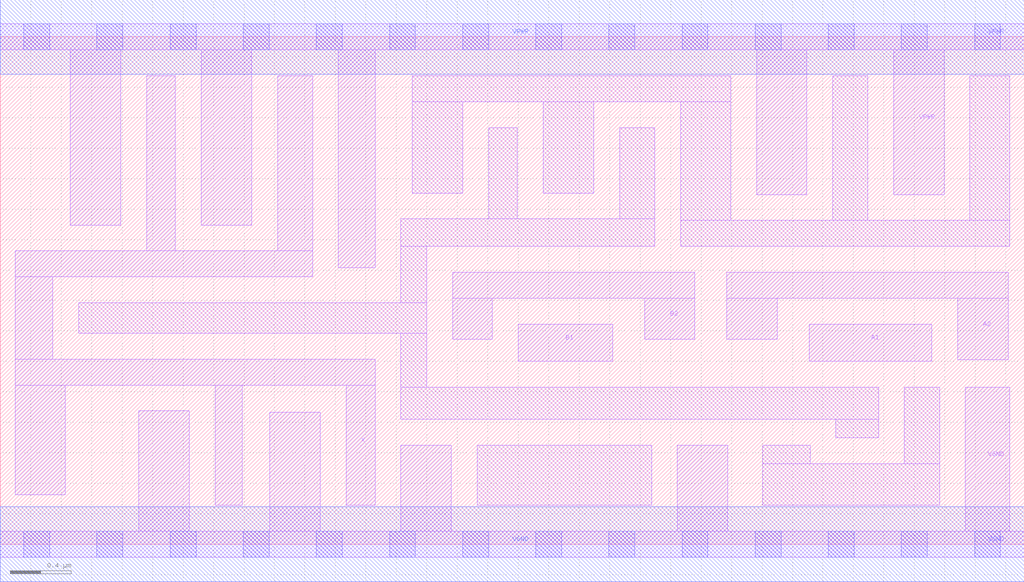
<source format=lef>
# Copyright 2020 The SkyWater PDK Authors
#
# Licensed under the Apache License, Version 2.0 (the "License");
# you may not use this file except in compliance with the License.
# You may obtain a copy of the License at
#
#     https://www.apache.org/licenses/LICENSE-2.0
#
# Unless required by applicable law or agreed to in writing, software
# distributed under the License is distributed on an "AS IS" BASIS,
# WITHOUT WARRANTIES OR CONDITIONS OF ANY KIND, either express or implied.
# See the License for the specific language governing permissions and
# limitations under the License.
#
# SPDX-License-Identifier: Apache-2.0

VERSION 5.7 ;
  NAMESCASESENSITIVE ON ;
  NOWIREEXTENSIONATPIN ON ;
  DIVIDERCHAR "/" ;
  BUSBITCHARS "[]" ;
UNITS
  DATABASE MICRONS 200 ;
END UNITS
MACRO sky130_fd_sc_lp__a22o_4
  CLASS CORE ;
  SOURCE USER ;
  FOREIGN sky130_fd_sc_lp__a22o_4 ;
  ORIGIN  0.000000  0.000000 ;
  SIZE  6.720000 BY  3.330000 ;
  SYMMETRY X Y R90 ;
  SITE unit ;
  PIN A1
    ANTENNAGATEAREA  0.630000 ;
    DIRECTION INPUT ;
    USE SIGNAL ;
    PORT
      LAYER li1 ;
        RECT 5.310000 1.200000 6.115000 1.445000 ;
    END
  END A1
  PIN A2
    ANTENNAGATEAREA  0.630000 ;
    DIRECTION INPUT ;
    USE SIGNAL ;
    PORT
      LAYER li1 ;
        RECT 4.770000 1.345000 5.100000 1.615000 ;
        RECT 4.770000 1.615000 6.615000 1.785000 ;
        RECT 6.285000 1.210000 6.615000 1.615000 ;
    END
  END A2
  PIN B1
    ANTENNAGATEAREA  0.630000 ;
    DIRECTION INPUT ;
    USE SIGNAL ;
    PORT
      LAYER li1 ;
        RECT 3.400000 1.200000 4.020000 1.445000 ;
    END
  END B1
  PIN B2
    ANTENNAGATEAREA  0.630000 ;
    DIRECTION INPUT ;
    USE SIGNAL ;
    PORT
      LAYER li1 ;
        RECT 2.970000 1.345000 3.230000 1.615000 ;
        RECT 2.970000 1.615000 4.560000 1.785000 ;
        RECT 4.230000 1.345000 4.560000 1.615000 ;
    END
  END B2
  PIN X
    ANTENNADIFFAREA  1.176000 ;
    DIRECTION OUTPUT ;
    USE SIGNAL ;
    PORT
      LAYER li1 ;
        RECT 0.100000 0.325000 0.425000 1.045000 ;
        RECT 0.100000 1.045000 2.460000 1.215000 ;
        RECT 0.100000 1.215000 0.345000 1.755000 ;
        RECT 0.100000 1.755000 2.050000 1.925000 ;
        RECT 0.960000 1.925000 1.150000 3.075000 ;
        RECT 1.410000 0.255000 1.590000 1.045000 ;
        RECT 1.820000 1.925000 2.050000 3.075000 ;
        RECT 2.270000 0.255000 2.460000 1.045000 ;
    END
  END X
  PIN VGND
    DIRECTION INOUT ;
    USE GROUND ;
    PORT
      LAYER li1 ;
        RECT 0.000000 -0.085000 6.720000 0.085000 ;
        RECT 0.910000  0.085000 1.240000 0.875000 ;
        RECT 1.770000  0.085000 2.100000 0.865000 ;
        RECT 2.630000  0.085000 2.960000 0.650000 ;
        RECT 4.445000  0.085000 4.775000 0.650000 ;
        RECT 6.335000  0.085000 6.625000 1.030000 ;
      LAYER mcon ;
        RECT 0.155000 -0.085000 0.325000 0.085000 ;
        RECT 0.635000 -0.085000 0.805000 0.085000 ;
        RECT 1.115000 -0.085000 1.285000 0.085000 ;
        RECT 1.595000 -0.085000 1.765000 0.085000 ;
        RECT 2.075000 -0.085000 2.245000 0.085000 ;
        RECT 2.555000 -0.085000 2.725000 0.085000 ;
        RECT 3.035000 -0.085000 3.205000 0.085000 ;
        RECT 3.515000 -0.085000 3.685000 0.085000 ;
        RECT 3.995000 -0.085000 4.165000 0.085000 ;
        RECT 4.475000 -0.085000 4.645000 0.085000 ;
        RECT 4.955000 -0.085000 5.125000 0.085000 ;
        RECT 5.435000 -0.085000 5.605000 0.085000 ;
        RECT 5.915000 -0.085000 6.085000 0.085000 ;
        RECT 6.395000 -0.085000 6.565000 0.085000 ;
      LAYER met1 ;
        RECT 0.000000 -0.245000 6.720000 0.245000 ;
    END
  END VGND
  PIN VPWR
    DIRECTION INOUT ;
    USE POWER ;
    PORT
      LAYER li1 ;
        RECT 0.000000 3.245000 6.720000 3.415000 ;
        RECT 0.460000 2.095000 0.790000 3.245000 ;
        RECT 1.320000 2.095000 1.650000 3.245000 ;
        RECT 2.220000 1.815000 2.460000 3.245000 ;
        RECT 4.965000 2.295000 5.295000 3.245000 ;
        RECT 5.865000 2.295000 6.195000 3.245000 ;
      LAYER mcon ;
        RECT 0.155000 3.245000 0.325000 3.415000 ;
        RECT 0.635000 3.245000 0.805000 3.415000 ;
        RECT 1.115000 3.245000 1.285000 3.415000 ;
        RECT 1.595000 3.245000 1.765000 3.415000 ;
        RECT 2.075000 3.245000 2.245000 3.415000 ;
        RECT 2.555000 3.245000 2.725000 3.415000 ;
        RECT 3.035000 3.245000 3.205000 3.415000 ;
        RECT 3.515000 3.245000 3.685000 3.415000 ;
        RECT 3.995000 3.245000 4.165000 3.415000 ;
        RECT 4.475000 3.245000 4.645000 3.415000 ;
        RECT 4.955000 3.245000 5.125000 3.415000 ;
        RECT 5.435000 3.245000 5.605000 3.415000 ;
        RECT 5.915000 3.245000 6.085000 3.415000 ;
        RECT 6.395000 3.245000 6.565000 3.415000 ;
      LAYER met1 ;
        RECT 0.000000 3.085000 6.720000 3.575000 ;
    END
  END VPWR
  OBS
    LAYER li1 ;
      RECT 0.515000 1.385000 2.800000 1.585000 ;
      RECT 2.630000 0.820000 5.765000 1.030000 ;
      RECT 2.630000 1.030000 2.800000 1.385000 ;
      RECT 2.630000 1.585000 2.800000 1.955000 ;
      RECT 2.630000 1.955000 4.295000 2.135000 ;
      RECT 2.705000 2.305000 3.035000 2.905000 ;
      RECT 2.705000 2.905000 4.795000 3.075000 ;
      RECT 3.130000 0.255000 4.275000 0.650000 ;
      RECT 3.205000 2.135000 3.395000 2.735000 ;
      RECT 3.565000 2.305000 3.895000 2.905000 ;
      RECT 4.065000 2.135000 4.295000 2.735000 ;
      RECT 4.465000 1.955000 6.625000 2.125000 ;
      RECT 4.465000 2.125000 4.795000 2.905000 ;
      RECT 5.005000 0.255000 6.165000 0.530000 ;
      RECT 5.005000 0.530000 5.315000 0.650000 ;
      RECT 5.465000 2.125000 5.695000 3.075000 ;
      RECT 5.485000 0.700000 5.765000 0.820000 ;
      RECT 5.935000 0.530000 6.165000 1.030000 ;
      RECT 6.365000 2.125000 6.625000 3.075000 ;
  END
END sky130_fd_sc_lp__a22o_4

</source>
